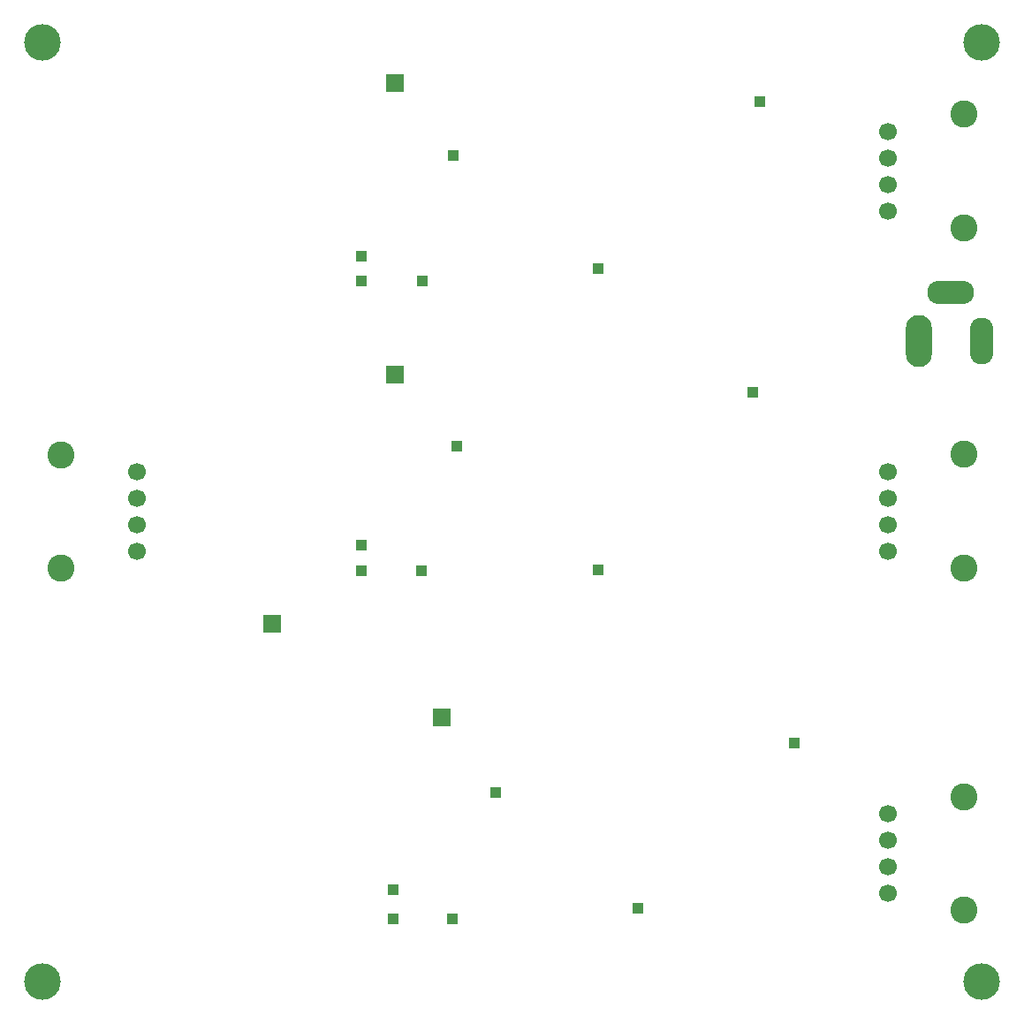
<source format=gbr>
%TF.GenerationSoftware,KiCad,Pcbnew,(6.0.4)*%
%TF.CreationDate,2023-02-06T16:45:10+05:30*%
%TF.ProjectId,CON0100,434f4e30-3130-4302-9e6b-696361645f70,rev?*%
%TF.SameCoordinates,Original*%
%TF.FileFunction,Soldermask,Bot*%
%TF.FilePolarity,Negative*%
%FSLAX46Y46*%
G04 Gerber Fmt 4.6, Leading zero omitted, Abs format (unit mm)*
G04 Created by KiCad (PCBNEW (6.0.4)) date 2023-02-06 16:45:10*
%MOMM*%
%LPD*%
G01*
G04 APERTURE LIST*
%ADD10R,1.000000X1.000000*%
%ADD11R,1.700000X1.700000*%
%ADD12C,3.500000*%
%ADD13C,2.600000*%
%ADD14C,1.700000*%
%ADD15O,2.500000X5.000000*%
%ADD16O,2.250000X4.500000*%
%ADD17O,4.500000X2.250000*%
G04 APERTURE END LIST*
D10*
%TO.C,RAMP3*%
X289397511Y-131094993D03*
%TD*%
%TO.C,RAMP2*%
X286447511Y-97789993D03*
%TD*%
%TO.C,FB3*%
X283697511Y-131094993D03*
%TD*%
%TO.C,FB2*%
X280697511Y-97789995D03*
%TD*%
%TO.C,SW3*%
X307172511Y-130094993D03*
%TD*%
%TO.C,SW2*%
X303382500Y-97639995D03*
%TD*%
%TO.C,CM3*%
X283722511Y-128294993D03*
%TD*%
%TO.C,CM2*%
X280697511Y-95289995D03*
%TD*%
%TO.C,SW1*%
X303382500Y-68820000D03*
%TD*%
%TO.C,RAMP1*%
X286522511Y-69944993D03*
%TD*%
%TO.C,HB3*%
X293522511Y-118969993D03*
%TD*%
%TO.C,HB2*%
X289797511Y-85844993D03*
%TD*%
%TO.C,HB1*%
X289497511Y-57994993D03*
%TD*%
%TO.C,FB1*%
X280682511Y-69944993D03*
%TD*%
%TO.C,CM1*%
X280702511Y-67644993D03*
%TD*%
%TO.C,+24V1*%
X318897511Y-52794993D03*
%TD*%
%TO.C,+15V1*%
X318192511Y-80644993D03*
%TD*%
%TO.C,+5V1*%
X322172511Y-114269993D03*
%TD*%
D11*
%TO.C,J6*%
X283922511Y-78994993D03*
%TD*%
D12*
%TO.C,H1*%
X250147511Y-137094993D03*
%TD*%
D13*
%TO.C,J2*%
X338407511Y-54014993D03*
X338407511Y-64874993D03*
D14*
X331147511Y-63254993D03*
X331147511Y-60714993D03*
X331147511Y-58174993D03*
X331147511Y-55634993D03*
%TD*%
D13*
%TO.C,J3*%
X338407511Y-86614993D03*
X338407511Y-97474993D03*
D14*
X331147511Y-95854993D03*
X331147511Y-93314993D03*
X331147511Y-90774993D03*
X331147511Y-88234993D03*
%TD*%
D13*
%TO.C,J4*%
X338407511Y-119389993D03*
X338407511Y-130249993D03*
D14*
X331147511Y-128629993D03*
X331147511Y-126089993D03*
X331147511Y-123549993D03*
X331147511Y-121009993D03*
%TD*%
D12*
%TO.C,H3*%
X250147511Y-47094993D03*
%TD*%
D11*
%TO.C,J7*%
X288397511Y-111819993D03*
%TD*%
D15*
%TO.C,J10*%
X334147511Y-75744993D03*
D16*
X340147511Y-75744993D03*
D17*
X337147511Y-71044993D03*
%TD*%
D12*
%TO.C,H4*%
X340147511Y-47094993D03*
%TD*%
D14*
%TO.C,J1*%
X259147511Y-95904993D03*
X259147511Y-93364993D03*
X259147511Y-90824993D03*
X259147511Y-88284993D03*
D13*
X251887511Y-86664993D03*
X251887511Y-97524993D03*
%TD*%
D12*
%TO.C,H2*%
X340147511Y-137094993D03*
%TD*%
D11*
%TO.C,J8*%
X272102511Y-102864993D03*
%TD*%
%TO.C,J5*%
X283897511Y-50994993D03*
%TD*%
M02*

</source>
